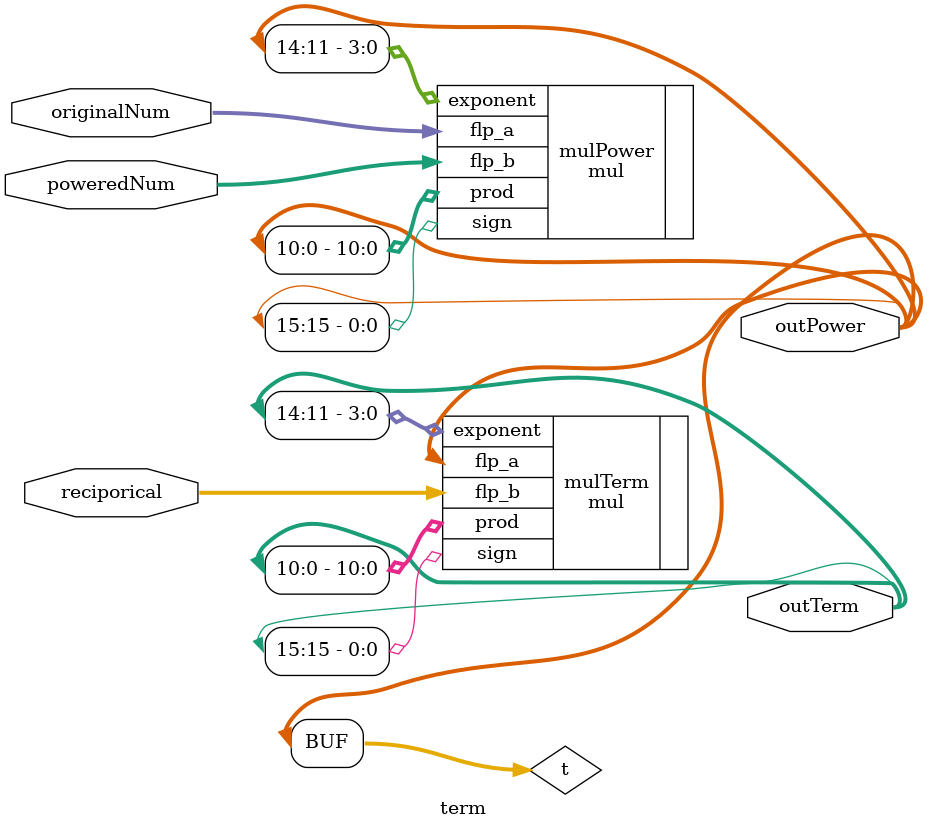
<source format=v>
`timescale 1ns / 1ps

module term (
    input [15:0] originalNum,
    input [15:0] poweredNum,
    input [15:0] reciporical,
    output [15:0] outPower,
    output [15:0] outTerm
);

wire [15:0] t;

mul mulPower(
    .flp_a(originalNum),
    .flp_b(poweredNum),
    .sign(outPower[15]),
    .exponent(outPower[14:11]),
    .prod(outPower[10:0])
);

assign t = outPower;

mul mulTerm(
    .flp_a(t),
    .flp_b(reciporical),
    .sign(outTerm[15]),
    .exponent(outTerm[14:11]),
    .prod(outTerm[10:0])
);

endmodule

</source>
